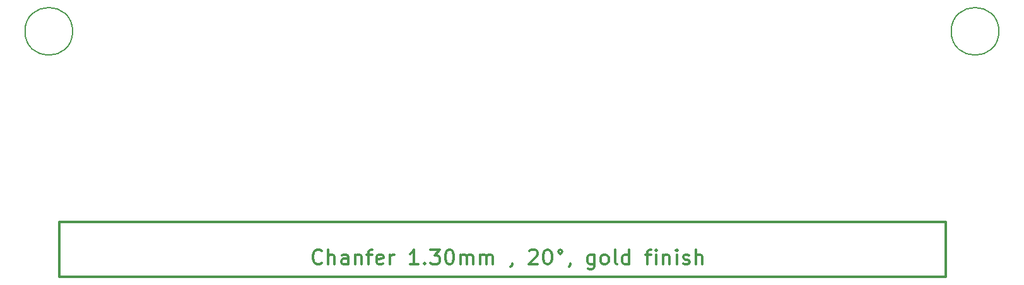
<source format=gbr>
G04 #@! TF.GenerationSoftware,KiCad,Pcbnew,(5.1.5)-3*
G04 #@! TF.CreationDate,2021-02-17T14:45:42+01:00*
G04 #@! TF.ProjectId,riser leopard 1OU,72697365-7220-46c6-956f-706172642031,rev?*
G04 #@! TF.SameCoordinates,PX4a62f80PY5f5e100*
G04 #@! TF.FileFunction,Other,Comment*
%FSLAX46Y46*%
G04 Gerber Fmt 4.6, Leading zero omitted, Abs format (unit mm)*
G04 Created by KiCad (PCBNEW (5.1.5)-3) date 2021-02-17 14:45:42*
%MOMM*%
%LPD*%
G04 APERTURE LIST*
%ADD10C,0.300000*%
%ADD11C,0.150000*%
G04 APERTURE END LIST*
D10*
X36647619Y-31114285D02*
X36552380Y-31209523D01*
X36266666Y-31304761D01*
X36076190Y-31304761D01*
X35790476Y-31209523D01*
X35600000Y-31019047D01*
X35504761Y-30828571D01*
X35409523Y-30447619D01*
X35409523Y-30161904D01*
X35504761Y-29780952D01*
X35600000Y-29590476D01*
X35790476Y-29400000D01*
X36076190Y-29304761D01*
X36266666Y-29304761D01*
X36552380Y-29400000D01*
X36647619Y-29495238D01*
X37504761Y-31304761D02*
X37504761Y-29304761D01*
X38361904Y-31304761D02*
X38361904Y-30257142D01*
X38266666Y-30066666D01*
X38076190Y-29971428D01*
X37790476Y-29971428D01*
X37600000Y-30066666D01*
X37504761Y-30161904D01*
X40171428Y-31304761D02*
X40171428Y-30257142D01*
X40076190Y-30066666D01*
X39885714Y-29971428D01*
X39504761Y-29971428D01*
X39314285Y-30066666D01*
X40171428Y-31209523D02*
X39980952Y-31304761D01*
X39504761Y-31304761D01*
X39314285Y-31209523D01*
X39219047Y-31019047D01*
X39219047Y-30828571D01*
X39314285Y-30638095D01*
X39504761Y-30542857D01*
X39980952Y-30542857D01*
X40171428Y-30447619D01*
X41123809Y-29971428D02*
X41123809Y-31304761D01*
X41123809Y-30161904D02*
X41219047Y-30066666D01*
X41409523Y-29971428D01*
X41695238Y-29971428D01*
X41885714Y-30066666D01*
X41980952Y-30257142D01*
X41980952Y-31304761D01*
X42647619Y-29971428D02*
X43409523Y-29971428D01*
X42933333Y-31304761D02*
X42933333Y-29590476D01*
X43028571Y-29400000D01*
X43219047Y-29304761D01*
X43409523Y-29304761D01*
X44838095Y-31209523D02*
X44647619Y-31304761D01*
X44266666Y-31304761D01*
X44076190Y-31209523D01*
X43980952Y-31019047D01*
X43980952Y-30257142D01*
X44076190Y-30066666D01*
X44266666Y-29971428D01*
X44647619Y-29971428D01*
X44838095Y-30066666D01*
X44933333Y-30257142D01*
X44933333Y-30447619D01*
X43980952Y-30638095D01*
X45790476Y-31304761D02*
X45790476Y-29971428D01*
X45790476Y-30352380D02*
X45885714Y-30161904D01*
X45980952Y-30066666D01*
X46171428Y-29971428D01*
X46361904Y-29971428D01*
X49600000Y-31304761D02*
X48457142Y-31304761D01*
X49028571Y-31304761D02*
X49028571Y-29304761D01*
X48838095Y-29590476D01*
X48647619Y-29780952D01*
X48457142Y-29876190D01*
X50457142Y-31114285D02*
X50552380Y-31209523D01*
X50457142Y-31304761D01*
X50361904Y-31209523D01*
X50457142Y-31114285D01*
X50457142Y-31304761D01*
X51219047Y-29304761D02*
X52457142Y-29304761D01*
X51790476Y-30066666D01*
X52076190Y-30066666D01*
X52266666Y-30161904D01*
X52361904Y-30257142D01*
X52457142Y-30447619D01*
X52457142Y-30923809D01*
X52361904Y-31114285D01*
X52266666Y-31209523D01*
X52076190Y-31304761D01*
X51504761Y-31304761D01*
X51314285Y-31209523D01*
X51219047Y-31114285D01*
X53695238Y-29304761D02*
X53885714Y-29304761D01*
X54076190Y-29400000D01*
X54171428Y-29495238D01*
X54266666Y-29685714D01*
X54361904Y-30066666D01*
X54361904Y-30542857D01*
X54266666Y-30923809D01*
X54171428Y-31114285D01*
X54076190Y-31209523D01*
X53885714Y-31304761D01*
X53695238Y-31304761D01*
X53504761Y-31209523D01*
X53409523Y-31114285D01*
X53314285Y-30923809D01*
X53219047Y-30542857D01*
X53219047Y-30066666D01*
X53314285Y-29685714D01*
X53409523Y-29495238D01*
X53504761Y-29400000D01*
X53695238Y-29304761D01*
X55219047Y-31304761D02*
X55219047Y-29971428D01*
X55219047Y-30161904D02*
X55314285Y-30066666D01*
X55504761Y-29971428D01*
X55790476Y-29971428D01*
X55980952Y-30066666D01*
X56076190Y-30257142D01*
X56076190Y-31304761D01*
X56076190Y-30257142D02*
X56171428Y-30066666D01*
X56361904Y-29971428D01*
X56647619Y-29971428D01*
X56838095Y-30066666D01*
X56933333Y-30257142D01*
X56933333Y-31304761D01*
X57885714Y-31304761D02*
X57885714Y-29971428D01*
X57885714Y-30161904D02*
X57980952Y-30066666D01*
X58171428Y-29971428D01*
X58457142Y-29971428D01*
X58647619Y-30066666D01*
X58742857Y-30257142D01*
X58742857Y-31304761D01*
X58742857Y-30257142D02*
X58838095Y-30066666D01*
X59028571Y-29971428D01*
X59314285Y-29971428D01*
X59504761Y-30066666D01*
X59600000Y-30257142D01*
X59600000Y-31304761D01*
X62171428Y-31209523D02*
X62171428Y-31304761D01*
X62076190Y-31495238D01*
X61980952Y-31590476D01*
X64457142Y-29495238D02*
X64552380Y-29400000D01*
X64742857Y-29304761D01*
X65219047Y-29304761D01*
X65409523Y-29400000D01*
X65504761Y-29495238D01*
X65600000Y-29685714D01*
X65600000Y-29876190D01*
X65504761Y-30161904D01*
X64361904Y-31304761D01*
X65600000Y-31304761D01*
X66838095Y-29304761D02*
X67028571Y-29304761D01*
X67219047Y-29400000D01*
X67314285Y-29495238D01*
X67409523Y-29685714D01*
X67504761Y-30066666D01*
X67504761Y-30542857D01*
X67409523Y-30923809D01*
X67314285Y-31114285D01*
X67219047Y-31209523D01*
X67028571Y-31304761D01*
X66838095Y-31304761D01*
X66647619Y-31209523D01*
X66552380Y-31114285D01*
X66457142Y-30923809D01*
X66361904Y-30542857D01*
X66361904Y-30066666D01*
X66457142Y-29685714D01*
X66552380Y-29495238D01*
X66647619Y-29400000D01*
X66838095Y-29304761D01*
X68647619Y-29304761D02*
X68457142Y-29400000D01*
X68361904Y-29590476D01*
X68457142Y-29780952D01*
X68647619Y-29876190D01*
X68838095Y-29780952D01*
X68933333Y-29590476D01*
X68838095Y-29400000D01*
X68647619Y-29304761D01*
X69980952Y-31209523D02*
X69980952Y-31304761D01*
X69885714Y-31495238D01*
X69790476Y-31590476D01*
X73219047Y-29971428D02*
X73219047Y-31590476D01*
X73123809Y-31780952D01*
X73028571Y-31876190D01*
X72838095Y-31971428D01*
X72552380Y-31971428D01*
X72361904Y-31876190D01*
X73219047Y-31209523D02*
X73028571Y-31304761D01*
X72647619Y-31304761D01*
X72457142Y-31209523D01*
X72361904Y-31114285D01*
X72266666Y-30923809D01*
X72266666Y-30352380D01*
X72361904Y-30161904D01*
X72457142Y-30066666D01*
X72647619Y-29971428D01*
X73028571Y-29971428D01*
X73219047Y-30066666D01*
X74457142Y-31304761D02*
X74266666Y-31209523D01*
X74171428Y-31114285D01*
X74076190Y-30923809D01*
X74076190Y-30352380D01*
X74171428Y-30161904D01*
X74266666Y-30066666D01*
X74457142Y-29971428D01*
X74742857Y-29971428D01*
X74933333Y-30066666D01*
X75028571Y-30161904D01*
X75123809Y-30352380D01*
X75123809Y-30923809D01*
X75028571Y-31114285D01*
X74933333Y-31209523D01*
X74742857Y-31304761D01*
X74457142Y-31304761D01*
X76266666Y-31304761D02*
X76076190Y-31209523D01*
X75980952Y-31019047D01*
X75980952Y-29304761D01*
X77885714Y-31304761D02*
X77885714Y-29304761D01*
X77885714Y-31209523D02*
X77695238Y-31304761D01*
X77314285Y-31304761D01*
X77123809Y-31209523D01*
X77028571Y-31114285D01*
X76933333Y-30923809D01*
X76933333Y-30352380D01*
X77028571Y-30161904D01*
X77123809Y-30066666D01*
X77314285Y-29971428D01*
X77695238Y-29971428D01*
X77885714Y-30066666D01*
X80076190Y-29971428D02*
X80838095Y-29971428D01*
X80361904Y-31304761D02*
X80361904Y-29590476D01*
X80457142Y-29400000D01*
X80647619Y-29304761D01*
X80838095Y-29304761D01*
X81504761Y-31304761D02*
X81504761Y-29971428D01*
X81504761Y-29304761D02*
X81409523Y-29400000D01*
X81504761Y-29495238D01*
X81600000Y-29400000D01*
X81504761Y-29304761D01*
X81504761Y-29495238D01*
X82457142Y-29971428D02*
X82457142Y-31304761D01*
X82457142Y-30161904D02*
X82552380Y-30066666D01*
X82742857Y-29971428D01*
X83028571Y-29971428D01*
X83219047Y-30066666D01*
X83314285Y-30257142D01*
X83314285Y-31304761D01*
X84266666Y-31304761D02*
X84266666Y-29971428D01*
X84266666Y-29304761D02*
X84171428Y-29400000D01*
X84266666Y-29495238D01*
X84361904Y-29400000D01*
X84266666Y-29304761D01*
X84266666Y-29495238D01*
X85123809Y-31209523D02*
X85314285Y-31304761D01*
X85695238Y-31304761D01*
X85885714Y-31209523D01*
X85980952Y-31019047D01*
X85980952Y-30923809D01*
X85885714Y-30733333D01*
X85695238Y-30638095D01*
X85409523Y-30638095D01*
X85219047Y-30542857D01*
X85123809Y-30352380D01*
X85123809Y-30257142D01*
X85219047Y-30066666D01*
X85409523Y-29971428D01*
X85695238Y-29971428D01*
X85885714Y-30066666D01*
X86838095Y-31304761D02*
X86838095Y-29304761D01*
X87695238Y-31304761D02*
X87695238Y-30257142D01*
X87600000Y-30066666D01*
X87409523Y-29971428D01*
X87123809Y-29971428D01*
X86933333Y-30066666D01*
X86838095Y-30161904D01*
X1400000Y-33000000D02*
X1400000Y-25600000D01*
X120400000Y-33000000D02*
X1400000Y-33000000D01*
X120400000Y-25600000D02*
X120400000Y-33000000D01*
X1400000Y-25600000D02*
X120400000Y-25600000D01*
D11*
X127500000Y0D02*
G75*
G03X127500000Y0I-3200000J0D01*
G01*
X3200000Y0D02*
G75*
G03X3200000Y0I-3200000J0D01*
G01*
M02*

</source>
